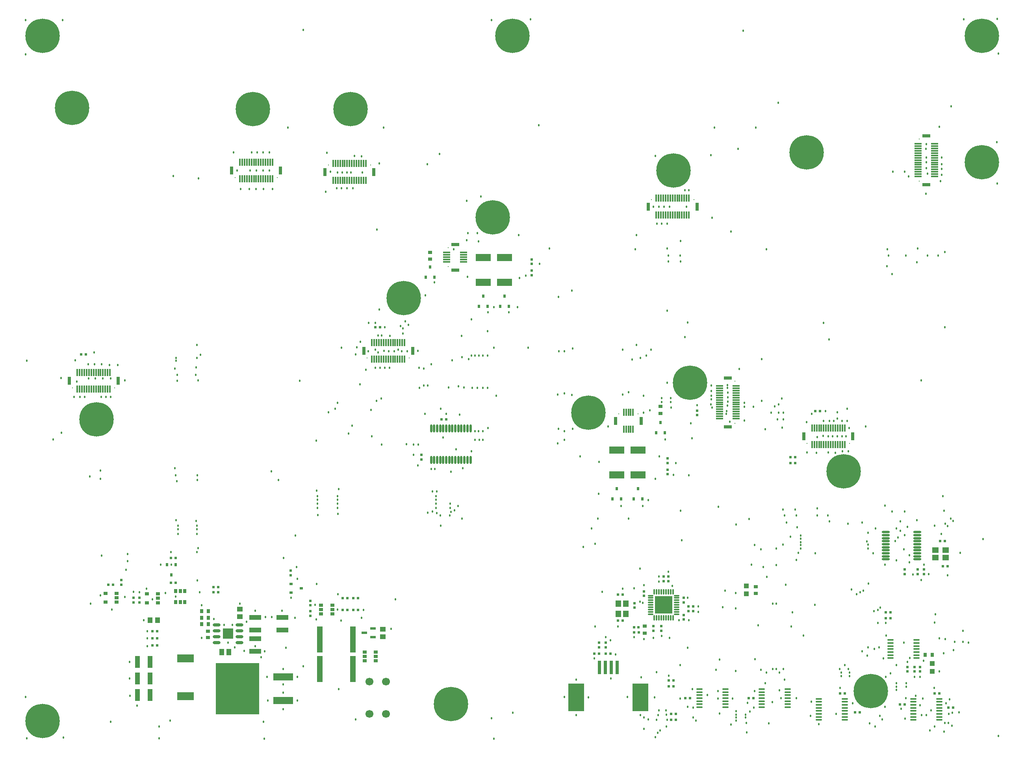
<source format=gts>
G04 Layer_Color=8388736*
%FSLAX25Y25*%
%MOIN*%
G70*
G01*
G75*
%ADD10R,0.02362X0.01968*%
%ADD11O,0.05512X0.01378*%
%ADD12R,0.02362X0.02362*%
%ADD13R,0.02362X0.02362*%
%ADD14R,0.03937X0.04331*%
%ADD15R,0.03543X0.02756*%
%ADD16R,0.02756X0.03543*%
%ADD17R,0.01968X0.02362*%
%ADD18O,0.01772X0.07087*%
%ADD19R,0.02756X0.11811*%
%ADD20R,0.13386X0.23779*%
G04:AMPARAMS|DCode=21|XSize=10.24mil|YSize=44.49mil|CornerRadius=3.58mil|HoleSize=0mil|Usage=FLASHONLY|Rotation=180.000|XOffset=0mil|YOffset=0mil|HoleType=Round|Shape=RoundedRectangle|*
%AMROUNDEDRECTD21*
21,1,0.01024,0.03732,0,0,180.0*
21,1,0.00307,0.04449,0,0,180.0*
1,1,0.00717,-0.00154,0.01866*
1,1,0.00717,0.00154,0.01866*
1,1,0.00717,0.00154,-0.01866*
1,1,0.00717,-0.00154,-0.01866*
%
%ADD21ROUNDEDRECTD21*%
G04:AMPARAMS|DCode=22|XSize=10.24mil|YSize=44.49mil|CornerRadius=3.58mil|HoleSize=0mil|Usage=FLASHONLY|Rotation=270.000|XOffset=0mil|YOffset=0mil|HoleType=Round|Shape=RoundedRectangle|*
%AMROUNDEDRECTD22*
21,1,0.01024,0.03732,0,0,270.0*
21,1,0.00307,0.04449,0,0,270.0*
1,1,0.00717,-0.01866,-0.00154*
1,1,0.00717,-0.01866,0.00154*
1,1,0.00717,0.01866,0.00154*
1,1,0.00717,0.01866,-0.00154*
%
%ADD22ROUNDEDRECTD22*%
%ADD23R,0.14567X0.14567*%
%ADD24R,0.04528X0.05512*%
%ADD25R,0.03543X0.02559*%
%ADD26R,0.04724X0.02362*%
%ADD27R,0.05118X0.03937*%
%ADD28R,0.05118X0.22047*%
%ADD29R,0.10236X0.04331*%
%ADD30R,0.09016X0.09016*%
%ADD31O,0.06693X0.02362*%
%ADD32R,0.04331X0.05512*%
%ADD33R,0.16900X0.06300*%
%ADD34R,0.36600X0.43600*%
%ADD35R,0.14173X0.07087*%
%ADD36R,0.03543X0.03150*%
%ADD37R,0.03150X0.03543*%
%ADD38R,0.03937X0.05118*%
%ADD39R,0.04331X0.10236*%
%ADD40R,0.02559X0.03543*%
%ADD41R,0.02362X0.02953*%
%ADD42R,0.01181X0.06299*%
%ADD43R,0.03150X0.07087*%
%ADD44R,0.07087X0.03150*%
%ADD45R,0.06299X0.01181*%
%ADD46R,0.12992X0.06299*%
%ADD47R,0.02953X0.02362*%
%ADD48O,0.07087X0.01772*%
%ADD49R,0.05512X0.04528*%
%ADD61C,0.29134*%
%ADD62C,0.00394*%
%ADD63C,0.06693*%
%ADD64C,0.01181*%
%ADD65C,0.01800*%
D10*
X718968Y137000D02*
D03*
X715031D02*
D03*
X665469D02*
D03*
X661531D02*
D03*
X796468Y141000D02*
D03*
X792531D02*
D03*
X876437Y141000D02*
D03*
X872500D02*
D03*
X458968Y373000D02*
D03*
X455031D02*
D03*
X588469Y174500D02*
D03*
X584531D02*
D03*
X594063Y174500D02*
D03*
X598000D02*
D03*
X604531Y224500D02*
D03*
X608468D02*
D03*
X608468Y202500D02*
D03*
X604531D02*
D03*
X664032Y214500D02*
D03*
X667969D02*
D03*
X664032Y210500D02*
D03*
X667969D02*
D03*
X621969Y192500D02*
D03*
X618032D02*
D03*
X621937Y197000D02*
D03*
X618000D02*
D03*
X214500Y181500D02*
D03*
X210563D02*
D03*
X214469Y187500D02*
D03*
X210531D02*
D03*
X214469Y193500D02*
D03*
X210531D02*
D03*
X879563Y248500D02*
D03*
X883500D02*
D03*
X881000Y270000D02*
D03*
X877063D02*
D03*
D11*
X725976Y144677D02*
D03*
Y142118D02*
D03*
Y139559D02*
D03*
Y137000D02*
D03*
Y134441D02*
D03*
Y131882D02*
D03*
Y129323D02*
D03*
X748024Y144677D02*
D03*
Y142118D02*
D03*
Y139559D02*
D03*
Y137000D02*
D03*
Y134441D02*
D03*
Y131882D02*
D03*
Y129323D02*
D03*
X673476Y144677D02*
D03*
Y142118D02*
D03*
Y139559D02*
D03*
Y137000D02*
D03*
Y134441D02*
D03*
Y131882D02*
D03*
Y129323D02*
D03*
X695524Y144677D02*
D03*
Y142118D02*
D03*
Y139559D02*
D03*
Y137000D02*
D03*
Y134441D02*
D03*
Y131882D02*
D03*
Y129323D02*
D03*
X796524Y118543D02*
D03*
Y121102D02*
D03*
Y123661D02*
D03*
Y126221D02*
D03*
Y128779D02*
D03*
Y131339D02*
D03*
Y133898D02*
D03*
Y136457D02*
D03*
X774476Y118543D02*
D03*
Y121102D02*
D03*
Y123661D02*
D03*
Y126221D02*
D03*
Y128779D02*
D03*
Y131339D02*
D03*
Y133898D02*
D03*
Y136457D02*
D03*
X876524Y118543D02*
D03*
Y121102D02*
D03*
Y123661D02*
D03*
Y126221D02*
D03*
Y128779D02*
D03*
Y131339D02*
D03*
Y133898D02*
D03*
Y136457D02*
D03*
X854476Y118543D02*
D03*
Y121102D02*
D03*
Y123661D02*
D03*
Y126221D02*
D03*
Y128779D02*
D03*
Y131339D02*
D03*
Y133898D02*
D03*
Y136457D02*
D03*
X857024Y170823D02*
D03*
Y173382D02*
D03*
Y175941D02*
D03*
Y178500D02*
D03*
Y181059D02*
D03*
Y183618D02*
D03*
Y186177D02*
D03*
X834976Y170823D02*
D03*
Y173382D02*
D03*
Y175941D02*
D03*
Y178500D02*
D03*
Y181059D02*
D03*
Y183618D02*
D03*
Y186177D02*
D03*
D12*
X653469Y123500D02*
D03*
X649532D02*
D03*
X649563Y118500D02*
D03*
X653500D02*
D03*
X651469Y152000D02*
D03*
X647532D02*
D03*
X647532Y147000D02*
D03*
X651469D02*
D03*
X750531Y336000D02*
D03*
X754468D02*
D03*
X754468Y341000D02*
D03*
X750531D02*
D03*
X262032Y231000D02*
D03*
X265968D02*
D03*
X265968Y226500D02*
D03*
X262032D02*
D03*
X805031Y125000D02*
D03*
X808969D02*
D03*
X846968Y131500D02*
D03*
X843032D02*
D03*
X884031Y129000D02*
D03*
X887969D02*
D03*
X834968Y204500D02*
D03*
X831032D02*
D03*
X834968Y209500D02*
D03*
X831032D02*
D03*
X176969Y233000D02*
D03*
X173031D02*
D03*
X226031Y234500D02*
D03*
X229969D02*
D03*
X226031Y255500D02*
D03*
X229969D02*
D03*
X150031Y428000D02*
D03*
X153969D02*
D03*
X399031Y451000D02*
D03*
X402969D02*
D03*
X771531Y380000D02*
D03*
X775468D02*
D03*
X371532Y211500D02*
D03*
X375468D02*
D03*
X380532D02*
D03*
X384469D02*
D03*
X371532Y221500D02*
D03*
X375468D02*
D03*
X380532D02*
D03*
X384469D02*
D03*
D13*
X531500Y498969D02*
D03*
Y495031D02*
D03*
Y508468D02*
D03*
Y504531D02*
D03*
X646500Y330469D02*
D03*
Y326532D02*
D03*
Y340000D02*
D03*
Y336063D02*
D03*
X184000Y233032D02*
D03*
Y236968D02*
D03*
X849500Y163469D02*
D03*
Y159531D02*
D03*
X438000Y342969D02*
D03*
Y339032D02*
D03*
X588500Y183968D02*
D03*
Y180032D02*
D03*
X594000Y183937D02*
D03*
Y180000D02*
D03*
X647000Y236032D02*
D03*
Y239968D02*
D03*
X618500Y213531D02*
D03*
Y217469D02*
D03*
X671500Y376532D02*
D03*
Y380469D02*
D03*
X344000Y206563D02*
D03*
Y210500D02*
D03*
Y215500D02*
D03*
Y219437D02*
D03*
X327500Y244969D02*
D03*
Y241032D02*
D03*
X847000Y245969D02*
D03*
Y242032D02*
D03*
D14*
X713000Y225153D02*
D03*
Y231846D02*
D03*
X870500Y166347D02*
D03*
Y159653D02*
D03*
D15*
X721000Y231453D02*
D03*
Y225547D02*
D03*
X627000Y197953D02*
D03*
Y192047D02*
D03*
X445500Y514453D02*
D03*
Y508547D02*
D03*
X640500Y383953D02*
D03*
Y378047D02*
D03*
D16*
X864547Y173500D02*
D03*
X870453D02*
D03*
X252047Y199500D02*
D03*
X257953D02*
D03*
X257953Y210500D02*
D03*
X252047D02*
D03*
D17*
X855500Y163469D02*
D03*
Y159531D02*
D03*
X860000Y163469D02*
D03*
Y159531D02*
D03*
X643000Y236032D02*
D03*
Y239968D02*
D03*
X626500Y223532D02*
D03*
Y227468D02*
D03*
X634500Y197968D02*
D03*
Y194032D02*
D03*
X641000Y197968D02*
D03*
Y194032D02*
D03*
X660000Y207469D02*
D03*
Y203532D02*
D03*
X660000Y218063D02*
D03*
Y222000D02*
D03*
X199500Y218032D02*
D03*
Y221969D02*
D03*
X194500Y218032D02*
D03*
Y221969D02*
D03*
X858000Y245969D02*
D03*
Y242032D02*
D03*
X863500Y245969D02*
D03*
Y242032D02*
D03*
D18*
X479634Y365386D02*
D03*
X477075D02*
D03*
X474516D02*
D03*
X471957D02*
D03*
X469398D02*
D03*
X466839D02*
D03*
X464280D02*
D03*
X461721D02*
D03*
X459161D02*
D03*
X456602D02*
D03*
X454043D02*
D03*
X451484D02*
D03*
X448925D02*
D03*
X446366D02*
D03*
X479634Y338614D02*
D03*
X477075D02*
D03*
X474516D02*
D03*
X471957D02*
D03*
X469398D02*
D03*
X466839D02*
D03*
X464280D02*
D03*
X461721D02*
D03*
X459161D02*
D03*
X456602D02*
D03*
X454043D02*
D03*
X451484D02*
D03*
X448925D02*
D03*
X446366D02*
D03*
D19*
X603709Y163059D02*
D03*
X598787D02*
D03*
X593866D02*
D03*
X588945D02*
D03*
D20*
X623571Y137784D02*
D03*
X569083D02*
D03*
D21*
X635228Y204835D02*
D03*
X637197D02*
D03*
X639165D02*
D03*
X641134D02*
D03*
X643102D02*
D03*
X645071D02*
D03*
X647039D02*
D03*
X649008D02*
D03*
X650976D02*
D03*
Y227039D02*
D03*
X649008D02*
D03*
X647039D02*
D03*
X645071D02*
D03*
X643102D02*
D03*
X641134D02*
D03*
X639165D02*
D03*
X637197D02*
D03*
X635228D02*
D03*
D22*
X654205Y210032D02*
D03*
Y212000D02*
D03*
Y213968D02*
D03*
Y215937D02*
D03*
Y217905D02*
D03*
Y219874D02*
D03*
Y221843D02*
D03*
Y223811D02*
D03*
X632000D02*
D03*
Y221843D02*
D03*
Y219874D02*
D03*
Y217905D02*
D03*
Y215937D02*
D03*
Y213968D02*
D03*
Y212000D02*
D03*
Y210032D02*
D03*
X654205Y208063D02*
D03*
X632000D02*
D03*
D23*
X643102Y215937D02*
D03*
D24*
X604701Y217000D02*
D03*
Y208339D02*
D03*
X611000D02*
D03*
Y217000D02*
D03*
D25*
X390000Y168500D02*
D03*
Y172240D02*
D03*
Y175980D02*
D03*
X399449D02*
D03*
Y172240D02*
D03*
Y168500D02*
D03*
X205776Y217760D02*
D03*
Y225240D02*
D03*
X215224D02*
D03*
Y221500D02*
D03*
Y217760D02*
D03*
X170776Y218260D02*
D03*
Y225740D02*
D03*
X180224D02*
D03*
Y222000D02*
D03*
Y218260D02*
D03*
X362724Y215740D02*
D03*
Y212000D02*
D03*
Y208260D02*
D03*
X353276D02*
D03*
Y212000D02*
D03*
Y215740D02*
D03*
D26*
X389913Y192240D02*
D03*
X397000Y195980D02*
D03*
Y188500D02*
D03*
D27*
X405500Y195150D02*
D03*
Y188850D02*
D03*
X284500Y212150D02*
D03*
Y205850D02*
D03*
D28*
X380000Y161500D02*
D03*
X352047D02*
D03*
X380000Y186500D02*
D03*
X352047D02*
D03*
D29*
X320500Y194685D02*
D03*
Y205315D02*
D03*
X297500Y176685D02*
D03*
Y187315D02*
D03*
X297500Y205315D02*
D03*
Y194685D02*
D03*
D30*
X274500Y191500D02*
D03*
D31*
X284146Y184000D02*
D03*
Y189000D02*
D03*
Y194000D02*
D03*
Y199000D02*
D03*
X264854Y184000D02*
D03*
Y189000D02*
D03*
Y194000D02*
D03*
Y199000D02*
D03*
D32*
X269094Y176000D02*
D03*
X275000D02*
D03*
D33*
X321083Y135000D02*
D03*
Y155000D02*
D03*
D34*
X282500Y145000D02*
D03*
D35*
X238500Y138610D02*
D03*
Y170500D02*
D03*
D36*
X257500Y193756D02*
D03*
Y188244D02*
D03*
D37*
X252244Y205000D02*
D03*
X257756D02*
D03*
D38*
X208350Y203000D02*
D03*
X214650D02*
D03*
D39*
X197870Y139500D02*
D03*
X208500D02*
D03*
X197685Y153500D02*
D03*
X208315D02*
D03*
X197685Y167500D02*
D03*
X208315D02*
D03*
D40*
X237740Y218276D02*
D03*
X234000D02*
D03*
X230260D02*
D03*
Y227724D02*
D03*
X234000D02*
D03*
X237740D02*
D03*
D41*
X230240Y249831D02*
D03*
X222760D02*
D03*
X226500Y241169D02*
D03*
X504728Y468669D02*
D03*
X512209D02*
D03*
X508468Y477331D02*
D03*
X486728Y468669D02*
D03*
X494209D02*
D03*
X490469Y477331D02*
D03*
X599760Y305669D02*
D03*
X607240D02*
D03*
X603500Y314331D02*
D03*
X617760Y305500D02*
D03*
X625240D02*
D03*
X621500Y314161D02*
D03*
X441760Y493169D02*
D03*
X449240D02*
D03*
X445500Y501831D02*
D03*
X636760Y361669D02*
D03*
X644240D02*
D03*
X640500Y370331D02*
D03*
D42*
X174496Y412673D02*
D03*
X172528D02*
D03*
X170559D02*
D03*
X168591D02*
D03*
X166622D02*
D03*
X156780D02*
D03*
X158748D02*
D03*
X160716D02*
D03*
X162685D02*
D03*
X164654D02*
D03*
X146937D02*
D03*
X148906D02*
D03*
X150874D02*
D03*
X152842D02*
D03*
X154811D02*
D03*
Y398500D02*
D03*
X152842D02*
D03*
X150874D02*
D03*
X148906D02*
D03*
X146937D02*
D03*
X164654D02*
D03*
X162685D02*
D03*
X160716D02*
D03*
X158748D02*
D03*
X156780D02*
D03*
X166622D02*
D03*
X168591D02*
D03*
X170559D02*
D03*
X172528D02*
D03*
X174496D02*
D03*
X312059Y590673D02*
D03*
X310091D02*
D03*
X308122D02*
D03*
X306153D02*
D03*
X304185D02*
D03*
X294342D02*
D03*
X296311D02*
D03*
X298280D02*
D03*
X300248D02*
D03*
X302217D02*
D03*
X284500D02*
D03*
X286469D02*
D03*
X288437D02*
D03*
X290406D02*
D03*
X292374D02*
D03*
Y576500D02*
D03*
X290406D02*
D03*
X288437D02*
D03*
X286469D02*
D03*
X284500D02*
D03*
X302217D02*
D03*
X300248D02*
D03*
X298280D02*
D03*
X296311D02*
D03*
X294342D02*
D03*
X304185D02*
D03*
X306153D02*
D03*
X308122D02*
D03*
X310091D02*
D03*
X312059D02*
D03*
X423811Y438000D02*
D03*
X421843D02*
D03*
X419874D02*
D03*
X417906D02*
D03*
X415937D02*
D03*
X406095D02*
D03*
X408063D02*
D03*
X410032D02*
D03*
X412000D02*
D03*
X413969D02*
D03*
X396252D02*
D03*
X398220D02*
D03*
X400189D02*
D03*
X402157D02*
D03*
X404126D02*
D03*
Y423827D02*
D03*
X402157D02*
D03*
X400189D02*
D03*
X398220D02*
D03*
X396252D02*
D03*
X413969D02*
D03*
X412000D02*
D03*
X410032D02*
D03*
X408063D02*
D03*
X406095D02*
D03*
X415937D02*
D03*
X417906D02*
D03*
X419874D02*
D03*
X421843D02*
D03*
X423811D02*
D03*
X363441Y575327D02*
D03*
X365409D02*
D03*
X367378D02*
D03*
X369346D02*
D03*
X371315D02*
D03*
X381157D02*
D03*
X379189D02*
D03*
X377221D02*
D03*
X375252D02*
D03*
X373284D02*
D03*
X391000D02*
D03*
X389032D02*
D03*
X387063D02*
D03*
X385094D02*
D03*
X383126D02*
D03*
Y589500D02*
D03*
X385094D02*
D03*
X387063D02*
D03*
X389032D02*
D03*
X391000D02*
D03*
X373284D02*
D03*
X375252D02*
D03*
X377221D02*
D03*
X379189D02*
D03*
X381157D02*
D03*
X371315D02*
D03*
X369346D02*
D03*
X367378D02*
D03*
X365409D02*
D03*
X363441D02*
D03*
X636941Y546000D02*
D03*
X638909D02*
D03*
X640878D02*
D03*
X642846D02*
D03*
X644815D02*
D03*
X654658D02*
D03*
X652689D02*
D03*
X650721D02*
D03*
X648752D02*
D03*
X646783D02*
D03*
X664500D02*
D03*
X662532D02*
D03*
X660563D02*
D03*
X658595D02*
D03*
X656626D02*
D03*
Y560173D02*
D03*
X658595D02*
D03*
X660563D02*
D03*
X662532D02*
D03*
X664500D02*
D03*
X646783D02*
D03*
X648752D02*
D03*
X650721D02*
D03*
X652689D02*
D03*
X654658D02*
D03*
X644815D02*
D03*
X642846D02*
D03*
X640878D02*
D03*
X638909D02*
D03*
X636941D02*
D03*
X617252Y378846D02*
D03*
X615283D02*
D03*
X613315D02*
D03*
X611346D02*
D03*
X609378D02*
D03*
Y364673D02*
D03*
X611346D02*
D03*
X613315D02*
D03*
X615283D02*
D03*
X617252D02*
D03*
X796311Y365673D02*
D03*
X794343D02*
D03*
X792374D02*
D03*
X790406D02*
D03*
X788437D02*
D03*
X778594D02*
D03*
X780563D02*
D03*
X782531D02*
D03*
X784500D02*
D03*
X786469D02*
D03*
X768752D02*
D03*
X770720D02*
D03*
X772689D02*
D03*
X774657D02*
D03*
X776626D02*
D03*
Y351500D02*
D03*
X774657D02*
D03*
X772689D02*
D03*
X770720D02*
D03*
X768752D02*
D03*
X786469D02*
D03*
X784500D02*
D03*
X782531D02*
D03*
X780563D02*
D03*
X778594D02*
D03*
X788437D02*
D03*
X790406D02*
D03*
X792374D02*
D03*
X794343D02*
D03*
X796311D02*
D03*
D43*
X181386Y405587D02*
D03*
X140047D02*
D03*
X318949Y583587D02*
D03*
X277610D02*
D03*
X430701Y430913D02*
D03*
X389362D02*
D03*
X356551Y582413D02*
D03*
X397890D02*
D03*
X630051Y553087D02*
D03*
X671390D02*
D03*
X624142Y371760D02*
D03*
X602488D02*
D03*
X803201Y358587D02*
D03*
X761862D02*
D03*
D44*
X466650Y521091D02*
D03*
Y499437D02*
D03*
X697433Y408122D02*
D03*
Y366783D02*
D03*
X865413Y571768D02*
D03*
Y613106D02*
D03*
D45*
X459563Y514201D02*
D03*
Y512232D02*
D03*
Y510264D02*
D03*
Y508295D02*
D03*
Y506327D02*
D03*
X473736D02*
D03*
Y508295D02*
D03*
Y510264D02*
D03*
Y512232D02*
D03*
Y514201D02*
D03*
X690346Y401232D02*
D03*
Y399264D02*
D03*
Y397295D02*
D03*
Y395327D02*
D03*
Y393358D02*
D03*
Y383516D02*
D03*
Y385484D02*
D03*
Y387453D02*
D03*
Y389421D02*
D03*
Y391390D02*
D03*
Y373673D02*
D03*
Y375642D02*
D03*
Y377610D02*
D03*
Y379579D02*
D03*
Y381547D02*
D03*
X704520D02*
D03*
Y379579D02*
D03*
Y377610D02*
D03*
Y375642D02*
D03*
Y373673D02*
D03*
Y391390D02*
D03*
Y389421D02*
D03*
Y387453D02*
D03*
Y385484D02*
D03*
Y383516D02*
D03*
Y393358D02*
D03*
Y395327D02*
D03*
Y397295D02*
D03*
Y399264D02*
D03*
Y401232D02*
D03*
X872500Y578657D02*
D03*
Y580626D02*
D03*
Y582594D02*
D03*
Y584563D02*
D03*
Y586531D02*
D03*
Y596374D02*
D03*
Y594406D02*
D03*
Y592437D02*
D03*
Y590469D02*
D03*
Y588500D02*
D03*
Y606216D02*
D03*
Y604248D02*
D03*
Y602280D02*
D03*
Y600311D02*
D03*
Y598343D02*
D03*
X858327D02*
D03*
Y600311D02*
D03*
Y602280D02*
D03*
Y604248D02*
D03*
Y606216D02*
D03*
Y588500D02*
D03*
Y590469D02*
D03*
Y592437D02*
D03*
Y594406D02*
D03*
Y596374D02*
D03*
Y586531D02*
D03*
Y584563D02*
D03*
Y582594D02*
D03*
Y580626D02*
D03*
Y578657D02*
D03*
D46*
X508468Y510130D02*
D03*
Y488870D02*
D03*
X490469Y510130D02*
D03*
Y488870D02*
D03*
X603500Y347130D02*
D03*
Y325870D02*
D03*
X621500Y347130D02*
D03*
Y325870D02*
D03*
D47*
X327669Y233740D02*
D03*
Y226260D02*
D03*
X336331Y230000D02*
D03*
D48*
X857886Y254484D02*
D03*
Y257043D02*
D03*
Y259602D02*
D03*
Y262161D02*
D03*
Y264721D02*
D03*
Y267280D02*
D03*
Y269839D02*
D03*
Y272398D02*
D03*
Y274957D02*
D03*
Y277516D02*
D03*
X831114Y254484D02*
D03*
Y257043D02*
D03*
Y259602D02*
D03*
Y262161D02*
D03*
Y264721D02*
D03*
Y267280D02*
D03*
Y269839D02*
D03*
Y272398D02*
D03*
Y274957D02*
D03*
Y277516D02*
D03*
D49*
X873169Y255850D02*
D03*
X881831D02*
D03*
Y262150D02*
D03*
X873169D02*
D03*
D61*
X912500Y697500D02*
D03*
X117500D02*
D03*
X515000D02*
D03*
X764000Y599000D02*
D03*
X142500Y636500D02*
D03*
X818500Y143000D02*
D03*
X463000Y132000D02*
D03*
X117500Y117500D02*
D03*
X579500Y378500D02*
D03*
X498500Y544000D02*
D03*
X163000Y373000D02*
D03*
X423000Y475500D02*
D03*
X295500Y635500D02*
D03*
X378000D02*
D03*
X651500Y583500D02*
D03*
X665500Y404000D02*
D03*
X795500Y329000D02*
D03*
X912500Y590500D02*
D03*
D62*
X607154Y135500D02*
D03*
X585500D02*
D03*
D63*
X408000Y123500D02*
D03*
X394220D02*
D03*
X408000Y151059D02*
D03*
X394220D02*
D03*
D64*
X178630Y399681D02*
D03*
X142803D02*
D03*
X316193Y577681D02*
D03*
X280366D02*
D03*
X427945Y425008D02*
D03*
X392118D02*
D03*
X359307Y588319D02*
D03*
X395134D02*
D03*
X460744Y518335D02*
D03*
Y502193D02*
D03*
X703339Y405366D02*
D03*
Y369539D02*
D03*
X632807Y558992D02*
D03*
X668634D02*
D03*
X621386Y377665D02*
D03*
X605244D02*
D03*
X800445Y352681D02*
D03*
X764618D02*
D03*
X859508Y574524D02*
D03*
Y610350D02*
D03*
D65*
X637000Y159000D02*
D03*
X585000Y197500D02*
D03*
X591000Y227000D02*
D03*
X473000Y331500D02*
D03*
X572500Y341500D02*
D03*
X553500Y352500D02*
D03*
X501500Y393000D02*
D03*
X554000Y365000D02*
D03*
X553500Y394000D02*
D03*
X494500Y365500D02*
D03*
X663500Y455000D02*
D03*
X632500Y432000D02*
D03*
X623500Y425000D02*
D03*
X726000Y424000D02*
D03*
X707000Y415500D02*
D03*
X623000Y246500D02*
D03*
X830500Y250000D02*
D03*
X761500Y190000D02*
D03*
X515500Y124500D02*
D03*
X416000Y220500D02*
D03*
X367000Y212000D02*
D03*
X389000Y211500D02*
D03*
X367500Y225000D02*
D03*
Y293000D02*
D03*
X454500Y283000D02*
D03*
X443500Y294000D02*
D03*
X451000Y293500D02*
D03*
X472500Y289000D02*
D03*
X463000Y294500D02*
D03*
X480500Y346000D02*
D03*
X463000Y328500D02*
D03*
X451000Y312000D02*
D03*
X449500Y331000D02*
D03*
X446500D02*
D03*
X435000Y334000D02*
D03*
X435500Y351500D02*
D03*
X425500Y352000D02*
D03*
X404500Y351500D02*
D03*
X404000Y390500D02*
D03*
X436500Y399500D02*
D03*
X461000Y400000D02*
D03*
X454500Y382000D02*
D03*
X470500Y377000D02*
D03*
X467500Y347500D02*
D03*
X456500Y357500D02*
D03*
X368000Y314000D02*
D03*
X376500Y361000D02*
D03*
X395500Y381000D02*
D03*
X396000Y358500D02*
D03*
X472000Y443500D02*
D03*
X402500Y589500D02*
D03*
X400500Y533500D02*
D03*
X476500Y558000D02*
D03*
X443000Y589000D02*
D03*
X565500Y482000D02*
D03*
X566000Y433000D02*
D03*
X657500Y506500D02*
D03*
X778500Y454500D02*
D03*
X830500Y300000D02*
D03*
X798500Y382000D02*
D03*
X737000Y384000D02*
D03*
X743000Y390500D02*
D03*
X814000Y367000D02*
D03*
X811000Y285500D02*
D03*
X783500Y286500D02*
D03*
X799000Y284500D02*
D03*
X816500Y234000D02*
D03*
X802000Y229000D02*
D03*
X771500Y259500D02*
D03*
X756000Y281500D02*
D03*
X744000Y296500D02*
D03*
X754500D02*
D03*
X773000Y297500D02*
D03*
X799500Y346000D02*
D03*
X794500D02*
D03*
X788500Y344500D02*
D03*
X782500Y345000D02*
D03*
X800000Y365500D02*
D03*
X798500Y371500D02*
D03*
X794000D02*
D03*
X787000D02*
D03*
X783500D02*
D03*
X780000Y380000D02*
D03*
X778500Y371500D02*
D03*
X797500Y358500D02*
D03*
X794000D02*
D03*
X790000D02*
D03*
X786000D02*
D03*
X782500D02*
D03*
X778000Y359000D02*
D03*
X773000Y358000D02*
D03*
X772500Y344500D02*
D03*
X764500Y345000D02*
D03*
X768500Y377500D02*
D03*
X764000Y370500D02*
D03*
X743500Y366000D02*
D03*
X729000Y364500D02*
D03*
X739500Y373000D02*
D03*
X711500Y372000D02*
D03*
X699000Y371000D02*
D03*
X666000Y369500D02*
D03*
X667000Y357000D02*
D03*
X649500Y383000D02*
D03*
X631500Y380500D02*
D03*
X626000Y378500D02*
D03*
X644500Y356000D02*
D03*
X747000Y285500D02*
D03*
X744000Y267000D02*
D03*
X715500Y288500D02*
D03*
X658500Y270500D02*
D03*
X657500Y295500D02*
D03*
X664500Y325500D02*
D03*
X689500Y299000D02*
D03*
X704500Y284000D02*
D03*
X720000Y266500D02*
D03*
X575000Y265000D02*
D03*
X585000Y267500D02*
D03*
X582000Y280500D02*
D03*
X587500Y289000D02*
D03*
X613500D02*
D03*
X588500Y337000D02*
D03*
X639500Y341500D02*
D03*
X653500Y336000D02*
D03*
X651500Y326000D02*
D03*
X636000Y322500D02*
D03*
X630000Y304500D02*
D03*
X625500Y299500D02*
D03*
X607000D02*
D03*
X588000Y310000D02*
D03*
X565500Y393500D02*
D03*
X566000Y365000D02*
D03*
X596000Y367000D02*
D03*
X608500Y394000D02*
D03*
X626000Y393000D02*
D03*
X646000Y404000D02*
D03*
X671500Y385000D02*
D03*
X684000Y383000D02*
D03*
X683000Y385500D02*
D03*
X683500Y390000D02*
D03*
Y393000D02*
D03*
Y397000D02*
D03*
Y401500D02*
D03*
X697000Y402000D02*
D03*
Y399500D02*
D03*
X697500Y395500D02*
D03*
Y391500D02*
D03*
Y388000D02*
D03*
X697000Y384500D02*
D03*
X726000Y388500D02*
D03*
X719000Y383500D02*
D03*
X711500D02*
D03*
Y387000D02*
D03*
X661000Y442500D02*
D03*
X783000Y440500D02*
D03*
X861000Y406000D02*
D03*
X881000Y451000D02*
D03*
Y514500D02*
D03*
X913500Y271500D02*
D03*
X879500Y308000D02*
D03*
X880500Y295500D02*
D03*
X894000Y260000D02*
D03*
X883500Y241000D02*
D03*
X878000Y276000D02*
D03*
X822500Y280500D02*
D03*
X820500Y259500D02*
D03*
X846500Y263000D02*
D03*
X872500Y283000D02*
D03*
X840000Y280500D02*
D03*
X847000Y275000D02*
D03*
X849500Y282000D02*
D03*
X857500Y287500D02*
D03*
X832500Y517000D02*
D03*
X832000Y502500D02*
D03*
X836500Y496000D02*
D03*
X857500Y506000D02*
D03*
X858000Y517500D02*
D03*
X865000Y564000D02*
D03*
X850500Y578500D02*
D03*
X878500Y594500D02*
D03*
Y589000D02*
D03*
Y585000D02*
D03*
Y580000D02*
D03*
X877500Y574500D02*
D03*
X866500Y581000D02*
D03*
X865500Y585500D02*
D03*
Y590500D02*
D03*
Y594500D02*
D03*
X865000Y602000D02*
D03*
X865500Y606000D02*
D03*
X876500Y620500D02*
D03*
X730000Y517000D02*
D03*
X700000Y532000D02*
D03*
X706000Y602000D02*
D03*
X721000Y620000D02*
D03*
X683000Y596500D02*
D03*
X636000Y596000D02*
D03*
X453500Y597500D02*
D03*
X488500Y561500D02*
D03*
X520500Y529000D02*
D03*
X620000D02*
D03*
X646000Y517500D02*
D03*
X619000Y517000D02*
D03*
X608500Y432000D02*
D03*
X646000Y465000D02*
D03*
X647000Y506500D02*
D03*
X657500Y524000D02*
D03*
X646000Y538500D02*
D03*
X641500D02*
D03*
X637500D02*
D03*
X634500Y553000D02*
D03*
X639000D02*
D03*
X643500D02*
D03*
X648000D02*
D03*
X684000Y543500D02*
D03*
X662500Y553000D02*
D03*
X664500Y567000D02*
D03*
X661000D02*
D03*
X886500Y638000D02*
D03*
X740000Y641000D02*
D03*
X710500Y702000D02*
D03*
X686000Y620000D02*
D03*
X537500Y622000D02*
D03*
X338000Y702500D02*
D03*
X406000Y620000D02*
D03*
X325000D02*
D03*
X228000Y579000D02*
D03*
X161000Y429500D02*
D03*
X166500Y329500D02*
D03*
X229500Y416000D02*
D03*
X231500Y405500D02*
D03*
X229500Y331500D02*
D03*
X133500Y361500D02*
D03*
X187000Y406000D02*
D03*
X133000Y408000D02*
D03*
X144000Y392000D02*
D03*
X153000D02*
D03*
X149000D02*
D03*
X146500Y405000D02*
D03*
X175000Y392000D02*
D03*
X171000D02*
D03*
X167000D02*
D03*
X175000Y407500D02*
D03*
X168500D02*
D03*
X162000D02*
D03*
X156500D02*
D03*
X181000Y419000D02*
D03*
X174000D02*
D03*
X167500Y419500D02*
D03*
X161500D02*
D03*
X156000D02*
D03*
X357000Y565500D02*
D03*
X402500Y466000D02*
D03*
X382500Y428000D02*
D03*
X370500Y433500D02*
D03*
X248000Y436000D02*
D03*
X249500Y577000D02*
D03*
X279000Y599000D02*
D03*
X282000Y583500D02*
D03*
X285000Y568000D02*
D03*
X292500D02*
D03*
X298000D02*
D03*
X304500D02*
D03*
X312000D02*
D03*
X309500Y583500D02*
D03*
X304000D02*
D03*
X298500D02*
D03*
X293000D02*
D03*
X309500Y599000D02*
D03*
X304000D02*
D03*
X299000D02*
D03*
X294500D02*
D03*
X358000Y598500D02*
D03*
X380000Y568500D02*
D03*
X375000D02*
D03*
X370500D02*
D03*
X366500D02*
D03*
X361000Y582500D02*
D03*
X367000Y582000D02*
D03*
X371000D02*
D03*
X375000D02*
D03*
X378500D02*
D03*
X388000D02*
D03*
X387500Y595500D02*
D03*
X381500Y596000D02*
D03*
X538000Y504500D02*
D03*
X546500Y517500D02*
D03*
X485500Y530500D02*
D03*
X477500D02*
D03*
X465500Y517000D02*
D03*
X480500Y457500D02*
D03*
X528500Y433500D02*
D03*
X499500Y468000D02*
D03*
X519500D02*
D03*
X477000Y493500D02*
D03*
X521000Y492500D02*
D03*
X554000Y476500D02*
D03*
X526500Y494500D02*
D03*
X554500Y430500D02*
D03*
X499500Y433500D02*
D03*
X494000Y447500D02*
D03*
X512000Y463500D02*
D03*
X494500D02*
D03*
X449000Y489000D02*
D03*
X441500Y478000D02*
D03*
X472500Y425500D02*
D03*
X446500Y419500D02*
D03*
X407000Y451000D02*
D03*
X411500Y443500D02*
D03*
X422500Y445500D02*
D03*
X435000Y431000D02*
D03*
X436000Y416500D02*
D03*
X418500Y432000D02*
D03*
X426000Y430500D02*
D03*
X421500D02*
D03*
X415000D02*
D03*
X410500D02*
D03*
X406500Y431000D02*
D03*
X401500Y429500D02*
D03*
X411000Y416500D02*
D03*
X407000D02*
D03*
X403000D02*
D03*
X399000D02*
D03*
X393000Y430500D02*
D03*
X391000Y415000D02*
D03*
X367000Y387000D02*
D03*
X247500Y417000D02*
D03*
X249000Y406000D02*
D03*
X335000Y405500D02*
D03*
X359500Y379000D02*
D03*
X311000Y329000D02*
D03*
X317000Y321500D02*
D03*
X349000Y355000D02*
D03*
X248500Y321500D02*
D03*
X349500Y312500D02*
D03*
X247500Y287000D02*
D03*
X249000Y264000D02*
D03*
X332500Y248000D02*
D03*
X331500Y274500D02*
D03*
X350500Y292000D02*
D03*
X333000Y238000D02*
D03*
X323500Y179500D02*
D03*
X338000Y164000D02*
D03*
X311500Y205500D02*
D03*
X320000Y211000D02*
D03*
X331000Y205000D02*
D03*
X349000Y203500D02*
D03*
X348000Y216000D02*
D03*
X327669Y222000D02*
D03*
X321500Y255500D02*
D03*
X248500Y236500D02*
D03*
X382500Y119000D02*
D03*
X368000Y144500D02*
D03*
X370000Y202500D02*
D03*
X412500Y195500D02*
D03*
X499500Y102500D02*
D03*
X497500Y120000D02*
D03*
X569000Y122500D02*
D03*
X559000Y138000D02*
D03*
X569000Y152500D02*
D03*
X579500Y137500D02*
D03*
X584500Y170500D02*
D03*
X602500Y174000D02*
D03*
X598500Y153500D02*
D03*
X816000Y180000D02*
D03*
X717500Y250000D02*
D03*
X704000Y226000D02*
D03*
X730500Y239500D02*
D03*
X746500Y233000D02*
D03*
X771000Y216000D02*
D03*
X751000Y197500D02*
D03*
X723000Y198500D02*
D03*
X693000Y214000D02*
D03*
X695000Y228000D02*
D03*
X672500Y214500D02*
D03*
Y210000D02*
D03*
X664500Y203000D02*
D03*
X656000D02*
D03*
X663500Y179500D02*
D03*
X641500Y189500D02*
D03*
X634500Y188000D02*
D03*
X626500Y187000D02*
D03*
X618000Y188500D02*
D03*
X604531Y197531D02*
D03*
X608500Y229500D02*
D03*
X618000Y230000D02*
D03*
X639000Y240000D02*
D03*
X647000Y244000D02*
D03*
X663500Y222000D02*
D03*
X626500Y232500D02*
D03*
X637000Y210000D02*
D03*
X649000Y222000D02*
D03*
Y210000D02*
D03*
X637000Y222000D02*
D03*
X863500Y250000D02*
D03*
X840000Y253500D02*
D03*
X861000Y237000D02*
D03*
X854000Y241500D02*
D03*
X867500Y242000D02*
D03*
X873000Y208000D02*
D03*
X825500Y180000D02*
D03*
X831500Y190000D02*
D03*
X846500Y184000D02*
D03*
X872500Y201000D02*
D03*
X896500Y194000D02*
D03*
X881500Y187000D02*
D03*
X888500Y177500D02*
D03*
X901000Y184000D02*
D03*
X880000Y175000D02*
D03*
X829000Y170500D02*
D03*
X851500Y171000D02*
D03*
X863000Y168500D02*
D03*
X860000Y155000D02*
D03*
X855500D02*
D03*
X803000Y132500D02*
D03*
X831000Y155000D02*
D03*
X799500Y161500D02*
D03*
X792000D02*
D03*
X744500D02*
D03*
X690500Y169500D02*
D03*
X720500Y170000D02*
D03*
X725500Y161000D02*
D03*
X687500D02*
D03*
X647500Y156000D02*
D03*
X657000Y136500D02*
D03*
X624000Y154500D02*
D03*
X612500Y138000D02*
D03*
X623500Y122500D02*
D03*
X635500Y137500D02*
D03*
X638500Y122500D02*
D03*
X626500Y111000D02*
D03*
X636000Y104000D02*
D03*
X700000Y114500D02*
D03*
X645500Y113000D02*
D03*
Y123000D02*
D03*
X663500Y129500D02*
D03*
X680000Y139500D02*
D03*
X689000Y143000D02*
D03*
Y136500D02*
D03*
X690500Y124000D02*
D03*
X720000Y143000D02*
D03*
X729000Y149500D02*
D03*
X792500Y145500D02*
D03*
X745500Y152500D02*
D03*
X742500Y137000D02*
D03*
X755500D02*
D03*
X732000Y115500D02*
D03*
X701500Y136500D02*
D03*
X714000Y133000D02*
D03*
X719500Y129000D02*
D03*
X767500Y122000D02*
D03*
X774500Y115000D02*
D03*
X768000Y134000D02*
D03*
X789000Y123500D02*
D03*
X817500Y115500D02*
D03*
X893000Y125000D02*
D03*
X885000Y136000D02*
D03*
X872000Y145500D02*
D03*
X848000Y137000D02*
D03*
X844000Y128000D02*
D03*
X830500Y129500D02*
D03*
X826000Y122000D02*
D03*
X847500Y119500D02*
D03*
X861500Y122500D02*
D03*
X869500Y126500D02*
D03*
X872500Y113000D02*
D03*
X880500Y108500D02*
D03*
X713500Y108000D02*
D03*
X926500Y105000D02*
D03*
X925500Y572500D02*
D03*
X925000Y607500D02*
D03*
X926500Y682500D02*
D03*
X925500Y712000D02*
D03*
X897000Y711500D02*
D03*
X530500D02*
D03*
X497500Y711000D02*
D03*
X134500D02*
D03*
X103000Y682000D02*
D03*
Y711000D02*
D03*
X104000Y422500D02*
D03*
X145000Y423000D02*
D03*
X126500Y356000D02*
D03*
X135000Y103500D02*
D03*
X103000Y138000D02*
D03*
X104000Y103000D02*
D03*
X175000Y117000D02*
D03*
X158000Y217000D02*
D03*
X157500Y324500D02*
D03*
X166500Y322500D02*
D03*
X231000Y320500D02*
D03*
X230500Y287500D02*
D03*
X167500Y257500D02*
D03*
X166500Y224000D02*
D03*
X176000Y212000D02*
D03*
X188000Y245500D02*
D03*
X217500Y250000D02*
D03*
X205500Y229500D02*
D03*
X199500Y226500D02*
D03*
X194500Y227000D02*
D03*
X187000Y222500D02*
D03*
X226500Y250000D02*
D03*
X230000Y223000D02*
D03*
X221500Y226000D02*
D03*
X210500Y220500D02*
D03*
X203000Y203000D02*
D03*
X206000Y193500D02*
D03*
Y187500D02*
D03*
Y181000D02*
D03*
X191000Y167500D02*
D03*
Y153500D02*
D03*
X191500Y139000D02*
D03*
X197500Y130500D02*
D03*
X216000Y103000D02*
D03*
Y113000D02*
D03*
X225500Y118000D02*
D03*
X305000Y102500D02*
D03*
X304500Y117000D02*
D03*
X333000Y135000D02*
D03*
X321000Y127500D02*
D03*
Y141500D02*
D03*
X333000Y155000D02*
D03*
X321000Y161500D02*
D03*
Y148500D02*
D03*
X308000Y135000D02*
D03*
X307500Y155000D02*
D03*
X305500Y176500D02*
D03*
X302500Y171500D02*
D03*
X297500Y181000D02*
D03*
X288000Y177000D02*
D03*
X306000Y205500D02*
D03*
X297500Y211000D02*
D03*
X284500Y217000D02*
D03*
X250500Y226500D02*
D03*
X252000Y215500D02*
D03*
X262500Y204000D02*
D03*
X252000Y188000D02*
D03*
X290000Y201500D02*
D03*
X280000Y180000D02*
D03*
X274500Y184000D02*
D03*
X271000Y199000D02*
D03*
X278000D02*
D03*
X860000Y131000D02*
D03*
X840000Y144000D02*
D03*
X835000Y158000D02*
D03*
X476500Y524500D02*
D03*
X486500Y523500D02*
D03*
X856500Y139000D02*
D03*
X862500Y136500D02*
D03*
X865500Y122500D02*
D03*
X868500Y109500D02*
D03*
X848500Y146500D02*
D03*
X840000D02*
D03*
X800500Y155500D02*
D03*
X793500D02*
D03*
X741000Y143500D02*
D03*
X735000Y133500D02*
D03*
X848500Y149500D02*
D03*
X840000D02*
D03*
X800500Y158500D02*
D03*
X793500D02*
D03*
X741000D02*
D03*
X730000D02*
D03*
X828000Y119000D02*
D03*
X822000Y113000D02*
D03*
X716000Y125500D02*
D03*
X704500Y126000D02*
D03*
X887500Y124500D02*
D03*
X887000Y113500D02*
D03*
X713000Y116000D02*
D03*
X704500Y118000D02*
D03*
X670500D02*
D03*
X667500Y144500D02*
D03*
X882000Y132500D02*
D03*
X881000Y116000D02*
D03*
X712500Y123000D02*
D03*
X704500D02*
D03*
X712500Y120500D02*
D03*
X704500D02*
D03*
X668000D02*
D03*
Y129000D02*
D03*
X447500Y295000D02*
D03*
Y312000D02*
D03*
X248000Y260500D02*
D03*
X226000D02*
D03*
X431500Y343000D02*
D03*
Y351500D02*
D03*
X441000Y377500D02*
D03*
X459000D02*
D03*
X884500Y123500D02*
D03*
X884000Y116000D02*
D03*
X875500Y511500D02*
D03*
X866500D02*
D03*
X848000D02*
D03*
X833500D02*
D03*
X657000D02*
D03*
X647000D02*
D03*
X821500Y178500D02*
D03*
X821000Y210500D02*
D03*
X806500Y225000D02*
D03*
X782000Y291500D02*
D03*
X773000D02*
D03*
X755500D02*
D03*
X745500D02*
D03*
X735500Y161500D02*
D03*
Y217000D02*
D03*
X727500Y248000D02*
D03*
X725500Y263000D02*
D03*
X738500Y249500D02*
D03*
X559000Y355500D02*
D03*
Y363000D02*
D03*
Y395000D02*
D03*
Y430500D02*
D03*
X738500Y161500D02*
D03*
Y217000D02*
D03*
Y263500D02*
D03*
X638000Y107500D02*
D03*
X626500Y120500D02*
D03*
X640000Y109500D02*
D03*
X630000Y119000D02*
D03*
X645000Y126500D02*
D03*
X639000D02*
D03*
X387500Y205000D02*
D03*
X349500Y233500D02*
D03*
X704000Y160000D02*
D03*
Y213000D02*
D03*
X755500Y254000D02*
D03*
X750500Y273500D02*
D03*
X646000Y118500D02*
D03*
X637000D02*
D03*
X648000Y188000D02*
D03*
X657000Y165000D02*
D03*
X639000Y235500D02*
D03*
X650500Y232000D02*
D03*
X752000Y209500D02*
D03*
X796524Y165000D02*
D03*
X876500Y187500D02*
D03*
X876524Y159653D02*
D03*
X849500Y167500D02*
D03*
X840000Y165000D02*
D03*
X888000Y287000D02*
D03*
X883500Y282500D02*
D03*
X886000Y289000D02*
D03*
X881500Y284500D02*
D03*
X757000Y260000D02*
D03*
X816000Y277000D02*
D03*
X841500Y273000D02*
D03*
X759000Y274500D02*
D03*
X469000Y299500D02*
D03*
X450500Y308000D02*
D03*
X367000D02*
D03*
X350000D02*
D03*
Y305000D02*
D03*
Y301500D02*
D03*
X248000Y283000D02*
D03*
X232000D02*
D03*
X839000Y270000D02*
D03*
X759000Y272000D02*
D03*
X466000Y296000D02*
D03*
X450500Y305000D02*
D03*
X367000D02*
D03*
X248000Y280000D02*
D03*
X232000D02*
D03*
X189500Y259000D02*
D03*
Y253000D02*
D03*
X490000Y355500D02*
D03*
Y363000D02*
D03*
X641500Y387500D02*
D03*
X649000D02*
D03*
X744500Y373000D02*
D03*
Y378500D02*
D03*
X487000Y355500D02*
D03*
X486500Y363000D02*
D03*
X490000Y399500D02*
D03*
X494000D02*
D03*
X641500Y391000D02*
D03*
X649000D02*
D03*
X613500Y396000D02*
D03*
X483500Y355500D02*
D03*
Y363000D02*
D03*
X494000Y427000D02*
D03*
X480500D02*
D03*
X478000Y424000D02*
D03*
X490000Y427000D02*
D03*
X483500D02*
D03*
X486728D02*
D03*
X620000Y436000D02*
D03*
X628500Y427000D02*
D03*
X837000Y582500D02*
D03*
X847000D02*
D03*
X462500Y298000D02*
D03*
X450500D02*
D03*
X462500Y301500D02*
D03*
X450500D02*
D03*
X367000D02*
D03*
X248000Y276000D02*
D03*
X232000D02*
D03*
X367000Y298000D02*
D03*
X350000D02*
D03*
X815000Y269500D02*
D03*
X759000Y269000D02*
D03*
X462000Y291500D02*
D03*
X454000D02*
D03*
X816000Y267000D02*
D03*
X759000Y266500D02*
D03*
X816000Y263500D02*
D03*
X759000D02*
D03*
X400000Y388500D02*
D03*
X386000Y402500D02*
D03*
X386500Y438500D02*
D03*
X383500Y434000D02*
D03*
X393500Y454500D02*
D03*
X399000D02*
D03*
X379500Y367500D02*
D03*
X365000Y382000D02*
D03*
X247000Y410500D02*
D03*
X231500D02*
D03*
X469500Y401000D02*
D03*
X474000Y400000D02*
D03*
X485500Y399500D02*
D03*
X481000D02*
D03*
X464000Y423000D02*
D03*
X443500Y401500D02*
D03*
X440000D02*
D03*
Y416000D02*
D03*
X616500Y423500D02*
D03*
X427000Y453000D02*
D03*
X422500Y450000D02*
D03*
X404500Y444000D02*
D03*
X740500Y385500D02*
D03*
X424500Y456000D02*
D03*
X420500Y452000D02*
D03*
X824500Y200500D02*
D03*
X831000D02*
D03*
X401500Y444000D02*
D03*
X251000Y427500D02*
D03*
X230500Y422500D02*
D03*
X399000Y432000D02*
D03*
X248000Y425000D02*
D03*
X230500D02*
D03*
X790000Y373500D02*
D03*
Y379000D02*
D03*
X740500Y378500D02*
D03*
X696500Y380000D02*
D03*
X734000Y378500D02*
D03*
X696000Y377500D02*
D03*
X824500Y211500D02*
D03*
X809500Y226500D02*
D03*
X826500Y213500D02*
D03*
X812000Y228000D02*
D03*
X889500Y184500D02*
D03*
X896500D02*
D03*
X815500Y173000D02*
D03*
X811000Y176500D02*
D03*
X230000Y325500D02*
D03*
X248500D02*
D03*
X594000Y188500D02*
D03*
X598000Y186000D02*
D03*
X623000Y218500D02*
D03*
X625500Y217500D02*
D03*
X843500Y286500D02*
D03*
Y278500D02*
D03*
X847000Y295000D02*
D03*
X836500D02*
D03*
X851000Y258000D02*
D03*
Y252000D02*
D03*
M02*

</source>
